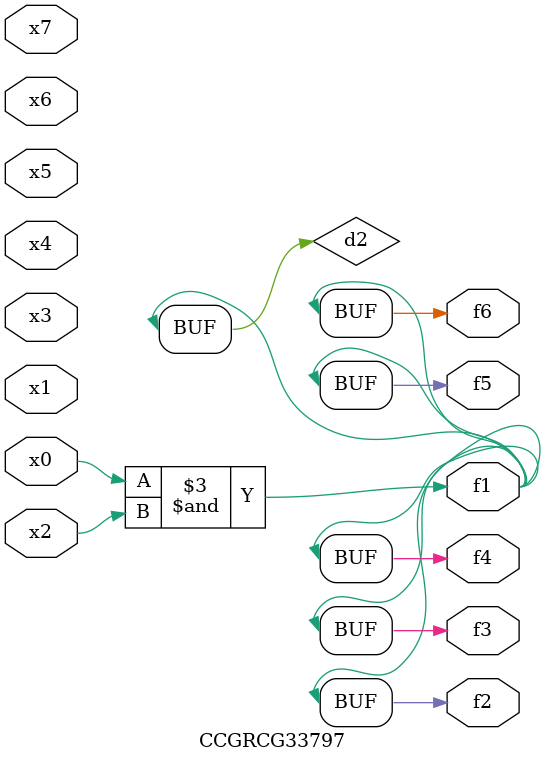
<source format=v>
module CCGRCG33797(
	input x0, x1, x2, x3, x4, x5, x6, x7,
	output f1, f2, f3, f4, f5, f6
);

	wire d1, d2;

	nor (d1, x3, x6);
	and (d2, x0, x2);
	assign f1 = d2;
	assign f2 = d2;
	assign f3 = d2;
	assign f4 = d2;
	assign f5 = d2;
	assign f6 = d2;
endmodule

</source>
